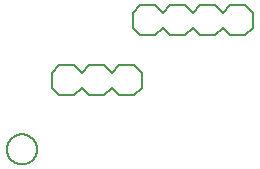
<source format=gbr>
G04 EAGLE Gerber RS-274X export*
G75*
%MOMM*%
%FSLAX34Y34*%
%LPD*%
%INSilkscreen Bottom*%
%IPPOS*%
%AMOC8*
5,1,8,0,0,1.08239X$1,22.5*%
G01*
%ADD10C,0.203200*%
%ADD11C,0.127000*%


D10*
X546100Y95250D02*
X539750Y101600D01*
X527050Y101600D01*
X520700Y95250D01*
X520700Y82550D02*
X527050Y76200D01*
X539750Y76200D01*
X546100Y82550D01*
X577850Y101600D02*
X590550Y101600D01*
X577850Y101600D02*
X571500Y95250D01*
X571500Y82550D02*
X577850Y76200D01*
X571500Y95250D02*
X565150Y101600D01*
X552450Y101600D01*
X546100Y95250D01*
X546100Y82550D02*
X552450Y76200D01*
X565150Y76200D01*
X571500Y82550D01*
X596900Y82550D02*
X596900Y95250D01*
X590550Y101600D01*
X596900Y82550D02*
X590550Y76200D01*
X577850Y76200D01*
X520700Y82550D02*
X520700Y95250D01*
X595630Y152400D02*
X608330Y152400D01*
X595630Y152400D02*
X589280Y146050D01*
X589280Y133350D02*
X595630Y127000D01*
X633730Y152400D02*
X640080Y146050D01*
X633730Y152400D02*
X621030Y152400D01*
X614680Y146050D01*
X614680Y133350D02*
X621030Y127000D01*
X633730Y127000D01*
X640080Y133350D01*
X614680Y146050D02*
X608330Y152400D01*
X614680Y133350D02*
X608330Y127000D01*
X595630Y127000D01*
X671830Y152400D02*
X684530Y152400D01*
X671830Y152400D02*
X665480Y146050D01*
X665480Y133350D02*
X671830Y127000D01*
X665480Y146050D02*
X659130Y152400D01*
X646430Y152400D01*
X640080Y146050D01*
X640080Y133350D02*
X646430Y127000D01*
X659130Y127000D01*
X665480Y133350D01*
X690880Y133350D02*
X690880Y146050D01*
X684530Y152400D01*
X690880Y133350D02*
X684530Y127000D01*
X671830Y127000D01*
X589280Y133350D02*
X589280Y146050D01*
D11*
X482600Y30480D02*
X482604Y30792D01*
X482615Y31103D01*
X482634Y31414D01*
X482661Y31725D01*
X482696Y32035D01*
X482737Y32343D01*
X482787Y32651D01*
X482844Y32958D01*
X482909Y33263D01*
X482981Y33566D01*
X483060Y33867D01*
X483147Y34167D01*
X483241Y34464D01*
X483342Y34759D01*
X483451Y35051D01*
X483567Y35340D01*
X483690Y35627D01*
X483819Y35910D01*
X483956Y36190D01*
X484100Y36467D01*
X484250Y36740D01*
X484407Y37009D01*
X484570Y37274D01*
X484740Y37536D01*
X484917Y37793D01*
X485099Y38045D01*
X485288Y38293D01*
X485483Y38537D01*
X485683Y38775D01*
X485890Y39009D01*
X486102Y39237D01*
X486320Y39460D01*
X486543Y39678D01*
X486771Y39890D01*
X487005Y40097D01*
X487243Y40297D01*
X487487Y40492D01*
X487735Y40681D01*
X487987Y40863D01*
X488244Y41040D01*
X488506Y41210D01*
X488771Y41373D01*
X489040Y41530D01*
X489313Y41680D01*
X489590Y41824D01*
X489870Y41961D01*
X490153Y42090D01*
X490440Y42213D01*
X490729Y42329D01*
X491021Y42438D01*
X491316Y42539D01*
X491613Y42633D01*
X491913Y42720D01*
X492214Y42799D01*
X492517Y42871D01*
X492822Y42936D01*
X493129Y42993D01*
X493437Y43043D01*
X493745Y43084D01*
X494055Y43119D01*
X494366Y43146D01*
X494677Y43165D01*
X494988Y43176D01*
X495300Y43180D01*
X495612Y43176D01*
X495923Y43165D01*
X496234Y43146D01*
X496545Y43119D01*
X496855Y43084D01*
X497163Y43043D01*
X497471Y42993D01*
X497778Y42936D01*
X498083Y42871D01*
X498386Y42799D01*
X498687Y42720D01*
X498987Y42633D01*
X499284Y42539D01*
X499579Y42438D01*
X499871Y42329D01*
X500160Y42213D01*
X500447Y42090D01*
X500730Y41961D01*
X501010Y41824D01*
X501287Y41680D01*
X501560Y41530D01*
X501829Y41373D01*
X502094Y41210D01*
X502356Y41040D01*
X502613Y40863D01*
X502865Y40681D01*
X503113Y40492D01*
X503357Y40297D01*
X503595Y40097D01*
X503829Y39890D01*
X504057Y39678D01*
X504280Y39460D01*
X504498Y39237D01*
X504710Y39009D01*
X504917Y38775D01*
X505117Y38537D01*
X505312Y38293D01*
X505501Y38045D01*
X505683Y37793D01*
X505860Y37536D01*
X506030Y37274D01*
X506193Y37009D01*
X506350Y36740D01*
X506500Y36467D01*
X506644Y36190D01*
X506781Y35910D01*
X506910Y35627D01*
X507033Y35340D01*
X507149Y35051D01*
X507258Y34759D01*
X507359Y34464D01*
X507453Y34167D01*
X507540Y33867D01*
X507619Y33566D01*
X507691Y33263D01*
X507756Y32958D01*
X507813Y32651D01*
X507863Y32343D01*
X507904Y32035D01*
X507939Y31725D01*
X507966Y31414D01*
X507985Y31103D01*
X507996Y30792D01*
X508000Y30480D01*
X507996Y30168D01*
X507985Y29857D01*
X507966Y29546D01*
X507939Y29235D01*
X507904Y28925D01*
X507863Y28617D01*
X507813Y28309D01*
X507756Y28002D01*
X507691Y27697D01*
X507619Y27394D01*
X507540Y27093D01*
X507453Y26793D01*
X507359Y26496D01*
X507258Y26201D01*
X507149Y25909D01*
X507033Y25620D01*
X506910Y25333D01*
X506781Y25050D01*
X506644Y24770D01*
X506500Y24493D01*
X506350Y24220D01*
X506193Y23951D01*
X506030Y23686D01*
X505860Y23424D01*
X505683Y23167D01*
X505501Y22915D01*
X505312Y22667D01*
X505117Y22423D01*
X504917Y22185D01*
X504710Y21951D01*
X504498Y21723D01*
X504280Y21500D01*
X504057Y21282D01*
X503829Y21070D01*
X503595Y20863D01*
X503357Y20663D01*
X503113Y20468D01*
X502865Y20279D01*
X502613Y20097D01*
X502356Y19920D01*
X502094Y19750D01*
X501829Y19587D01*
X501560Y19430D01*
X501287Y19280D01*
X501010Y19136D01*
X500730Y18999D01*
X500447Y18870D01*
X500160Y18747D01*
X499871Y18631D01*
X499579Y18522D01*
X499284Y18421D01*
X498987Y18327D01*
X498687Y18240D01*
X498386Y18161D01*
X498083Y18089D01*
X497778Y18024D01*
X497471Y17967D01*
X497163Y17917D01*
X496855Y17876D01*
X496545Y17841D01*
X496234Y17814D01*
X495923Y17795D01*
X495612Y17784D01*
X495300Y17780D01*
X494988Y17784D01*
X494677Y17795D01*
X494366Y17814D01*
X494055Y17841D01*
X493745Y17876D01*
X493437Y17917D01*
X493129Y17967D01*
X492822Y18024D01*
X492517Y18089D01*
X492214Y18161D01*
X491913Y18240D01*
X491613Y18327D01*
X491316Y18421D01*
X491021Y18522D01*
X490729Y18631D01*
X490440Y18747D01*
X490153Y18870D01*
X489870Y18999D01*
X489590Y19136D01*
X489313Y19280D01*
X489040Y19430D01*
X488771Y19587D01*
X488506Y19750D01*
X488244Y19920D01*
X487987Y20097D01*
X487735Y20279D01*
X487487Y20468D01*
X487243Y20663D01*
X487005Y20863D01*
X486771Y21070D01*
X486543Y21282D01*
X486320Y21500D01*
X486102Y21723D01*
X485890Y21951D01*
X485683Y22185D01*
X485483Y22423D01*
X485288Y22667D01*
X485099Y22915D01*
X484917Y23167D01*
X484740Y23424D01*
X484570Y23686D01*
X484407Y23951D01*
X484250Y24220D01*
X484100Y24493D01*
X483956Y24770D01*
X483819Y25050D01*
X483690Y25333D01*
X483567Y25620D01*
X483451Y25909D01*
X483342Y26201D01*
X483241Y26496D01*
X483147Y26793D01*
X483060Y27093D01*
X482981Y27394D01*
X482909Y27697D01*
X482844Y28002D01*
X482787Y28309D01*
X482737Y28617D01*
X482696Y28925D01*
X482661Y29235D01*
X482634Y29546D01*
X482615Y29857D01*
X482604Y30168D01*
X482600Y30480D01*
M02*

</source>
